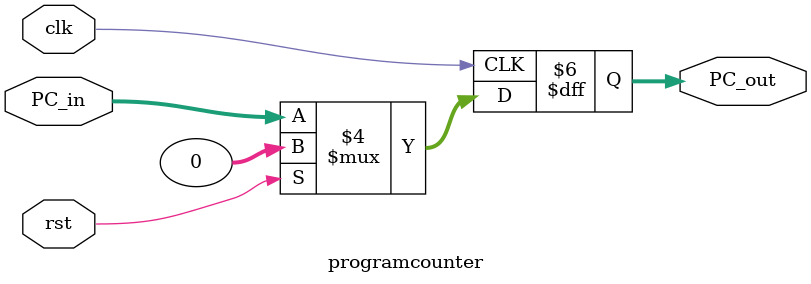
<source format=v>
module programcounter(
input clk,					//Clock
input rst,					//Reset
input [31:0]PC_in,		//Endereço de entrada
output reg [31:0]PC_out //Endereço de saída
);

always @(posedge clk) begin
	if(rst==1'b1)
		PC_out <= 32'd0;
	else
		PC_out <= PC_in;
end
endmodule
</source>
